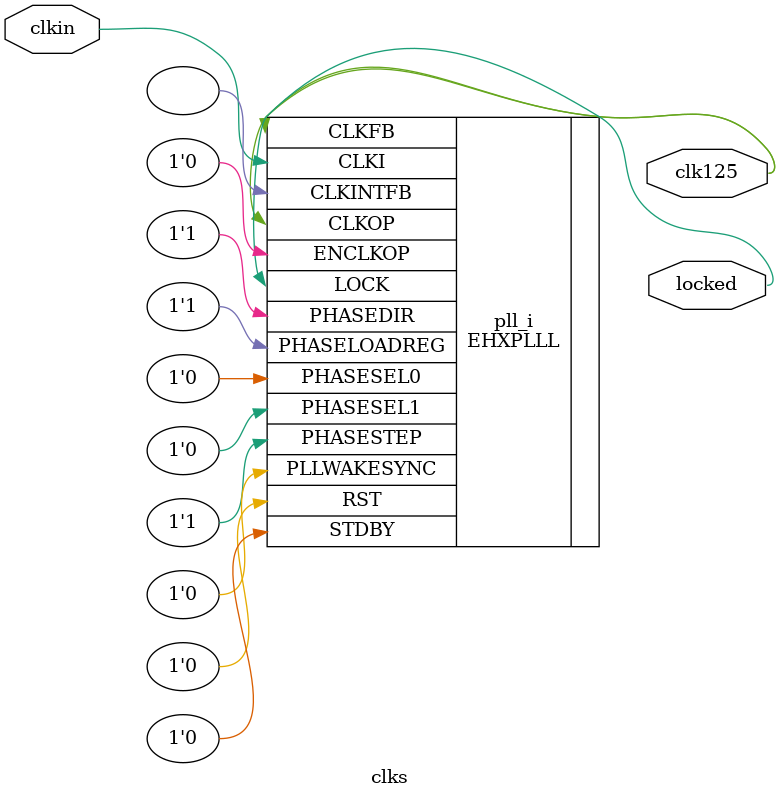
<source format=v>
module clks
(
    input clkin, // 25 MHz, 0 deg
    output clk125, // 125 MHz, 0 deg
    output locked
);
(* FREQUENCY_PIN_CLKI="25" *)
(* FREQUENCY_PIN_CLKOP="125" *)
(* ICP_CURRENT="12" *) (* LPF_RESISTOR="8" *) (* MFG_ENABLE_FILTEROPAMP="1" *) (* MFG_GMCREF_SEL="2" *)
EHXPLLL #(
        .PLLRST_ENA("DISABLED"),
        .INTFB_WAKE("DISABLED"),
        .STDBY_ENABLE("DISABLED"),
        .DPHASE_SOURCE("DISABLED"),
        .OUTDIVIDER_MUXA("DIVA"),
        .OUTDIVIDER_MUXB("DIVB"),
        .OUTDIVIDER_MUXC("DIVC"),
        .OUTDIVIDER_MUXD("DIVD"),
        .CLKI_DIV(1),
        .CLKOP_ENABLE("ENABLED"),
        .CLKOP_DIV(5),
        .CLKOP_CPHASE(2),
        .CLKOP_FPHASE(0),
        .FEEDBK_PATH("CLKOP"),
        .CLKFB_DIV(5)
    ) pll_i (
        .RST(1'b0),
        .STDBY(1'b0),
        .CLKI(clkin),
        .CLKOP(clk125),
        .CLKFB(clk125),
        .CLKINTFB(),
        .PHASESEL0(1'b0),
        .PHASESEL1(1'b0),
        .PHASEDIR(1'b1),
        .PHASESTEP(1'b1),
        .PHASELOADREG(1'b1),
        .PLLWAKESYNC(1'b0),
        .ENCLKOP(1'b0),
        .LOCK(locked)
	);
endmodule

</source>
